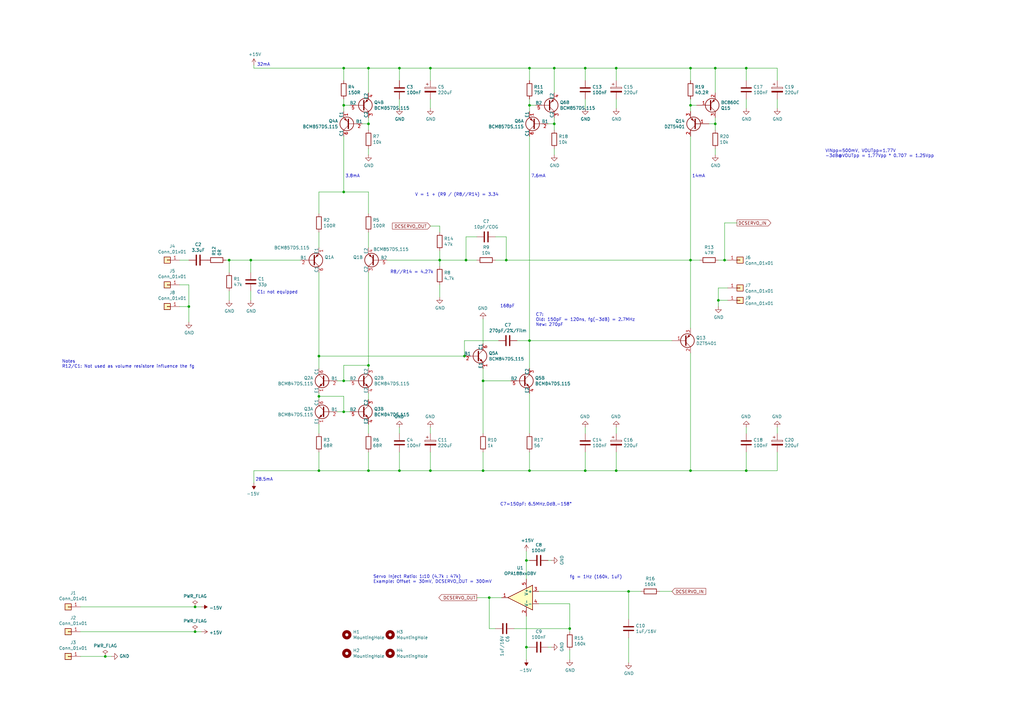
<source format=kicad_sch>
(kicad_sch (version 20211123) (generator eeschema)
  (paper "A3")
  (title_block (title "Discrete Pre-Amp") (date "2023-01-05") (rev "V8 Servo"))
  (lib_symbols
    (symbol "Amplifier_Operational:OPA188xxDBV" (pin_names (offset 0.127))
      (property "Reference" "U" (at 0 5.08 0))
      (property "Value" "OPA188xxDBV" (at 0 -5.08 0))
      (symbol "OPA188xxDBV_0_1"
        (polyline (pts (xy -5.08 5.08) (xy 5.08 0) (xy -5.08 -5.08) (xy -5.08 5.08)) (stroke (width 0.254)) (fill (type background)))
        (pin power_in line (at -2.54 -7.62 90) (length 3.81) (name "V-") (number "2"))
        (pin power_in line (at -2.54 7.62 270) (length 3.81) (name "V+") (number "5"))
      )
      (symbol "OPA188xxDBV_1_1"
        (pin output line (at 7.62 0 180) (length 2.54) (name "~") (number "1"))
        (pin input line (at -7.62 2.54 0) (length 2.54) (name "+") (number "3"))
        (pin input line (at -7.62 -2.54 0) (length 2.54) (name "-") (number "4"))
      )
    )
    (symbol "Connector_Generic:Conn_01x01" (pin_names (offset 1.016) hide)
      (property "Reference" "J" (at 0 2.54 0))
      (property "Value" "Conn_01x01" (at 0 -2.54 0))
      (symbol "Conn_01x01_1_1"
        (rectangle (start -1.27 0.127) (end 0 -0.127) (stroke (width 0.1524)))
        (rectangle (start -1.27 1.27) (end 1.27 -1.27) (stroke (width 0.254)) (fill (type background)))
        (pin passive line (at -5.08 0 0) (length 3.81) (name "Pin_1") (number "1"))
      )
    )
    (symbol "Device:C" (pin_numbers hide) (pin_names (offset 0.254))
      (property "Reference" "C" (at 0.635 2.54 0))
      (property "Value" "C" (at 0.635 -2.54 0))
      (symbol "C_0_1"
        (polyline (pts (xy -2.032 -0.762) (xy 2.032 -0.762)) (stroke (width 0.508)))
        (polyline (pts (xy -2.032 0.762) (xy 2.032 0.762)) (stroke (width 0.508)))
      )
      (symbol "C_1_1"
        (pin passive line (at 0 3.81 270) (length 2.794) (name "~") (number "1"))
        (pin passive line (at 0 -3.81 90) (length 2.794) (name "~") (number "2"))
      )
    )
    (symbol "Device:C_Polarized" (pin_numbers hide) (pin_names (offset 0.254))
      (property "Reference" "C" (at 0.635 2.54 0))
      (property "Value" "C_Polarized" (at 0.635 -2.54 0))
      (symbol "C_Polarized_0_1"
        (rectangle (start -2.286 0.508) (end 2.286 1.016))
        (polyline (pts (xy -1.778 2.286) (xy -0.762 2.286)))
        (polyline (pts (xy -1.27 2.794) (xy -1.27 1.778)))
        (rectangle (start 2.286 -0.508) (end -2.286 -1.016) (fill (type outline)))
      )
      (symbol "C_Polarized_1_1"
        (pin passive line (at 0 3.81 270) (length 2.794) (name "~") (number "1"))
        (pin passive line (at 0 -3.81 90) (length 2.794) (name "~") (number "2"))
      )
    )
    (symbol "Device:R" (pin_numbers hide) (pin_names (offset 0))
      (property "Reference" "R" (at 2.032 0 90))
      (property "Value" "R" (at 0 0 90))
      (symbol "R_0_1"
        (rectangle (start -1.016 -2.54) (end 1.016 2.54) (stroke (width 0.254)))
      )
      (symbol "R_1_1"
        (pin passive line (at 0 3.81 270) (length 1.27) (name "~") (number "1"))
        (pin passive line (at 0 -3.81 90) (length 1.27) (name "~") (number "2"))
      )
    )
    (symbol "Mechanical:MountingHole" (pin_names (offset 1.016))
      (property "Reference" "H" (at 0 5.08 0))
      (property "Value" "MountingHole" (at 0 3.175 0))
      (symbol "MountingHole_0_1"
        (circle (center 0 0) (radius 1.27) (stroke (width 1.27)))
      )
    )
    (symbol "Transistor_BJT:BC860" (pin_names (offset 0) hide)
      (property "Reference" "Q" (at 5.08 1.905 0))
      (property "Value" "BC860" (at 5.08 0 0))
      (symbol "BC860_0_1"
        (polyline (pts (xy 0.635 0.635) (xy 2.54 2.54)))
        (polyline (pts (xy 0.635 -0.635) (xy 2.54 -2.54) (xy 2.54 -2.54)))
        (polyline (pts (xy 0.635 1.905) (xy 0.635 -1.905) (xy 0.635 -1.905)) (stroke (width 0.508)))
        (polyline (pts (xy 2.286 -1.778) (xy 1.778 -2.286) (xy 1.27 -1.27) (xy 2.286 -1.778) (xy 2.286 -1.778)) (fill (type outline)))
        (circle (center 1.27 0) (radius 2.8194) (stroke (width 0.254)))
      )
      (symbol "BC860_1_1"
        (pin input line (at -5.08 0 0) (length 5.715) (name "B") (number "1"))
        (pin passive line (at 2.54 -5.08 90) (length 2.54) (name "E") (number "2"))
        (pin passive line (at 2.54 5.08 270) (length 2.54) (name "C") (number "3"))
      )
    )
    (symbol "kicad-snk:BCM847DS,115" (pin_names (offset 0))
      (property "Reference" "Q" (at 5.08 1.27 0))
      (property "Value" "BCM847DS,115" (at 5.08 -1.27 0))
      (symbol "BCM847DS,115_0_1"
        (polyline (pts (xy 0.635 0) (xy -2.54 0)))
        (polyline (pts (xy 0.635 0.635) (xy 2.54 2.54)))
        (polyline (pts (xy 0.635 -0.635) (xy 2.54 -2.54) (xy 2.54 -2.54)))
        (polyline (pts (xy 0.635 1.905) (xy 0.635 -1.905) (xy 0.635 -1.905)) (stroke (width 0.508)))
        (polyline (pts (xy 1.27 -1.778) (xy 1.778 -1.27) (xy 2.286 -2.286) (xy 1.27 -1.778) (xy 1.27 -1.778)) (fill (type outline)))
        (circle (center 1.27 0) (radius 2.8194) (stroke (width 0.254)))
      )
      (symbol "BCM847DS,115_1_1"
        (pin passive line (at 2.54 -5.08 90) (length 2.54) (name "E1") (number "1"))
        (pin input line (at -5.08 0 0) (length 2.54) (name "B1") (number "2"))
        (pin passive line (at 2.54 5.08 270) (length 2.54) (name "C1") (number "6"))
      )
      (symbol "BCM847DS,115_2_1"
        (pin passive line (at 2.54 5.08 270) (length 2.54) (name "C2") (number "3"))
        (pin passive line (at 2.54 -5.08 90) (length 2.54) (name "E2") (number "4"))
        (pin input line (at -5.08 0 0) (length 2.54) (name "B2") (number "5"))
      )
    )
    (symbol "kicad-snk:BCM857DS,115" (pin_names (offset 0))
      (property "Reference" "Q" (at 5.08 1.27 0))
      (property "Value" "BCM857DS,115" (at 5.08 -1.27 0))
      (symbol "BCM857DS,115_0_1"
        (polyline (pts (xy 0.635 0) (xy -2.54 0)))
        (polyline (pts (xy 0.635 0.635) (xy 2.54 2.54)))
        (polyline (pts (xy 0.635 -0.635) (xy 2.54 -2.54) (xy 2.54 -2.54)))
        (polyline (pts (xy 0.635 1.905) (xy 0.635 -1.905) (xy 0.635 -1.905)) (stroke (width 0.508)))
        (polyline (pts (xy 2.286 -1.778) (xy 1.778 -2.286) (xy 1.27 -1.27) (xy 2.286 -1.778) (xy 2.286 -1.778)) (fill (type outline)))
        (circle (center 1.27 0) (radius 2.8194) (stroke (width 0.254)))
      )
      (symbol "BCM857DS,115_1_1"
        (pin passive line (at 2.54 -5.08 90) (length 2.54) (name "E1") (number "1"))
        (pin input line (at -5.08 0 0) (length 2.54) (name "B1") (number "2"))
        (pin passive line (at 2.54 5.08 270) (length 2.54) (name "C1") (number "6"))
      )
      (symbol "BCM857DS,115_2_1"
        (pin passive line (at 2.54 5.08 270) (length 2.54) (name "C2") (number "3"))
        (pin passive line (at 2.54 -5.08 90) (length 2.54) (name "E2") (number "4"))
        (pin input line (at -5.08 0 0) (length 2.54) (name "B2") (number "5"))
      )
    )
    (symbol "kicad-snk:DZT5401" (pin_names (offset 0) hide)
      (property "Reference" "Q" (at 5.08 1.905 0))
      (property "Value" "kicad-snk_DZT5401" (at 5.08 0 0))
      (symbol "DZT5401_0_1"
        (polyline (pts (xy 0.635 0.635) (xy 2.54 2.54)))
        (polyline (pts (xy 0.635 -0.635) (xy 2.54 -2.54) (xy 2.54 -2.54)))
        (polyline (pts (xy 0.635 1.905) (xy 0.635 -1.905) (xy 0.635 -1.905)) (stroke (width 0.508)))
        (polyline (pts (xy 2.286 -1.778) (xy 1.778 -2.286) (xy 1.27 -1.27) (xy 2.286 -1.778) (xy 2.286 -1.778)) (fill (type outline)))
        (circle (center 1.27 0) (radius 2.8194) (stroke (width 0.254)))
      )
      (symbol "DZT5401_1_1"
        (pin input line (at -5.08 0 0) (length 5.715) (name "B") (number "1"))
        (pin passive line (at 2.54 5.08 270) (length 2.54) (name "C") (number "2"))
        (pin passive line (at 2.54 -5.08 90) (length 2.54) (name "E") (number "3"))
      )
    )
    (symbol "power:+15V" (power) (pin_names (offset 0))
      (property "Value" "+15V" (at 0 3.556 0))
      (symbol "+15V_0_1"
        (polyline (pts (xy -0.762 1.27) (xy 0 2.54)))
        (polyline (pts (xy 0 0) (xy 0 2.54)))
        (polyline (pts (xy 0 2.54) (xy 0.762 1.27)))
      )
      (symbol "+15V_1_1"
        (pin power_in line (at 0 0 90) (length 0) hide (name "+15V") (number "1"))
      )
    )
    (symbol "power:-15V" (power) (pin_names (offset 0))
      (property "Value" "-15V" (at 0 3.81 0))
      (symbol "-15V_0_0"
        (pin power_in line (at 0 0 90) (length 0) hide (name "-15V") (number "1"))
      )
      (symbol "-15V_0_1"
        (polyline (pts (xy 0 0) (xy 0 1.27) (xy 0.762 1.27) (xy 0 2.54) (xy -0.762 1.27) (xy 0 1.27)) (fill (type outline)))
      )
    )
    (symbol "power:GND" (power) (pin_names (offset 0))
      (property "Value" "GND" (at 0 -3.81 0))
      (symbol "GND_0_1"
        (polyline (pts (xy 0 0) (xy 0 -1.27) (xy 1.27 -1.27) (xy 0 -2.54) (xy -1.27 -1.27) (xy 0 -1.27)))
      )
      (symbol "GND_1_1"
        (pin power_in line (at 0 0 270) (length 0) hide (name "GND") (number "1"))
      )
    )
    (symbol "power:PWR_FLAG" (power) (pin_numbers hide) (pin_names (offset 0) hide)
      (property "Value" "PWR_FLAG" (at 0 3.81 0))
      (symbol "PWR_FLAG_0_0"
        (pin power_out line (at 0 0 90) (length 0) (name "pwr") (number "1"))
      )
      (symbol "PWR_FLAG_0_1"
        (polyline (pts (xy 0 0) (xy 0 1.27) (xy -1.016 1.905) (xy 0 2.54) (xy 1.016 1.905) (xy 0 1.27)))
      )
    )
  )
  (junction (at 140.97 43.18))
  (junction (at 163.83 193.04))
  (junction (at 140.97 168.91))
  (junction (at 80.01 248.92))
  (junction (at 140.97 156.21))
  (junction (at 227.33 27.94))
  (junction (at 151.13 149.86))
  (junction (at 80.01 259.08))
  (junction (at 294.64 123.19))
  (junction (at 227.33 50.8))
  (junction (at 293.37 50.8))
  (junction (at 102.87 106.68))
  (junction (at 130.81 162.56))
  (junction (at 93.98 106.68))
  (junction (at 198.12 156.21))
  (junction (at 297.18 106.68))
  (junction (at 140.97 27.94))
  (junction (at 176.53 27.94))
  (junction (at 283.21 106.68))
  (junction (at 217.17 193.04))
  (junction (at 198.12 193.04))
  (junction (at 240.03 193.04))
  (junction (at 207.645 106.68))
  (junction (at 293.37 27.94))
  (junction (at 151.13 193.04))
  (junction (at 217.17 139.7))
  (junction (at 163.83 27.94))
  (junction (at 252.73 193.04))
  (junction (at 240.03 27.94))
  (junction (at 215.9 265.43))
  (junction (at 130.81 193.04))
  (junction (at 215.9 229.87))
  (junction (at 77.47 125.73))
  (junction (at 233.68 257.81))
  (junction (at 151.13 27.94))
  (junction (at 283.21 27.94))
  (junction (at 190.5 146.05))
  (junction (at 140.97 78.74))
  (junction (at 130.81 146.05))
  (junction (at 43.18 269.24))
  (junction (at 151.13 50.8))
  (junction (at 257.81 242.57))
  (junction (at 217.17 27.94))
  (junction (at 200.66 245.11))
  (junction (at 306.07 193.04))
  (junction (at 176.53 193.04))
  (junction (at 217.17 43.18))
  (junction (at 191.135 106.68))
  (junction (at 252.73 27.94))
  (junction (at 306.07 27.94))
  (junction (at 283.21 193.04))
  (junction (at 283.21 43.18))
  (junction (at 180.34 106.68))
  (wire (pts (xy 298.45 106.68) (xy 297.18 106.68)))
  (wire (pts (xy 33.02 259.08) (xy 80.01 259.08)))
  (wire (pts (xy 190.5 139.7) (xy 204.47 139.7)))
  (wire (pts (xy 77.47 116.84) (xy 77.47 125.73)))
  (wire (pts (xy 302.26 91.44) (xy 297.18 91.44)))
  (wire (pts (xy 212.09 139.7) (xy 217.17 139.7)))
  (wire (pts (xy 233.68 266.7) (xy 233.68 270.51)))
  (wire (pts (xy 252.73 177.8) (xy 252.73 175.26)))
  (wire (pts (xy 180.34 106.68) (xy 191.135 106.68)))
  (wire (pts (xy 203.2 257.81) (xy 200.66 257.81)))
  (wire (pts (xy 217.17 185.42) (xy 217.17 193.04)))
  (wire (pts (xy 163.83 27.94) (xy 176.53 27.94)))
  (wire (pts (xy 176.53 40.64) (xy 176.53 44.45)))
  (wire (pts (xy 130.81 193.04) (xy 130.81 185.42)))
  (wire (pts (xy 130.81 146.05) (xy 130.81 151.13)))
  (wire (pts (xy 283.21 55.88) (xy 283.21 106.68)))
  (wire (pts (xy 298.45 118.11) (xy 294.64 118.11)))
  (wire (pts (xy 227.33 60.96) (xy 227.33 63.5)))
  (wire (pts (xy 198.12 151.13) (xy 198.12 156.21)))
  (wire (pts (xy 104.14 27.94) (xy 140.97 27.94)))
  (wire (pts (xy 240.03 193.04) (xy 240.03 185.42)))
  (wire (pts (xy 227.33 27.94) (xy 240.03 27.94)))
  (wire (pts (xy 73.66 125.73) (xy 77.47 125.73)))
  (wire (pts (xy 217.17 229.87) (xy 215.9 229.87)))
  (wire (pts (xy 233.68 259.08) (xy 233.68 257.81)))
  (wire (pts (xy 195.58 245.11) (xy 200.66 245.11)))
  (wire (pts (xy 217.17 27.94) (xy 217.17 33.02)))
  (wire (pts (xy 217.17 43.18) (xy 219.71 43.18)))
  (wire (pts (xy 252.73 33.02) (xy 252.73 27.94)))
  (wire (pts (xy 151.13 193.04) (xy 130.81 193.04)))
  (wire (pts (xy 140.97 78.74) (xy 130.81 78.74)))
  (wire (pts (xy 217.17 27.94) (xy 227.33 27.94)))
  (wire (pts (xy 293.37 27.94) (xy 293.37 38.1)))
  (wire (pts (xy 138.43 168.91) (xy 140.97 168.91)))
  (wire (pts (xy 198.12 193.04) (xy 217.17 193.04)))
  (wire (pts (xy 151.13 78.74) (xy 140.97 78.74)))
  (wire (pts (xy 270.51 242.57) (xy 275.59 242.57)))
  (wire (pts (xy 240.03 27.94) (xy 252.73 27.94)))
  (wire (pts (xy 130.81 177.8) (xy 130.81 173.99)))
  (wire (pts (xy 220.98 242.57) (xy 257.81 242.57)))
  (wire (pts (xy 293.37 27.94) (xy 306.07 27.94)))
  (wire (pts (xy 140.97 27.94) (xy 151.13 27.94)))
  (wire (pts (xy 138.43 156.21) (xy 140.97 156.21)))
  (wire (pts (xy 151.13 27.94) (xy 151.13 38.1)))
  (wire (pts (xy 210.82 257.81) (xy 233.68 257.81)))
  (wire (pts (xy 240.03 177.8) (xy 240.03 175.26)))
  (wire (pts (xy 140.97 156.21) (xy 143.51 156.21)))
  (wire (pts (xy 104.14 198.12) (xy 104.14 193.04)))
  (wire (pts (xy 102.87 111.76) (xy 102.87 106.68)))
  (wire (pts (xy 293.37 60.96) (xy 293.37 63.5)))
  (wire (pts (xy 140.97 43.18) (xy 140.97 45.72)))
  (wire (pts (xy 73.66 106.68) (xy 77.47 106.68)))
  (wire (pts (xy 151.13 87.63) (xy 151.13 78.74)))
  (wire (pts (xy 290.83 50.8) (xy 293.37 50.8)))
  (wire (pts (xy 283.21 27.94) (xy 283.21 33.02)))
  (wire (pts (xy 158.75 106.68) (xy 180.34 106.68)))
  (wire (pts (xy 77.47 116.84) (xy 73.66 116.84)))
  (wire (pts (xy 140.97 43.18) (xy 143.51 43.18)))
  (wire (pts (xy 151.13 161.29) (xy 151.13 163.83)))
  (wire (pts (xy 163.83 193.04) (xy 176.53 193.04)))
  (wire (pts (xy 227.33 48.26) (xy 227.33 50.8)))
  (wire (pts (xy 306.07 177.8) (xy 306.07 175.26)))
  (wire (pts (xy 217.17 193.04) (xy 240.03 193.04)))
  (wire (pts (xy 130.81 162.56) (xy 140.97 162.56)))
  (wire (pts (xy 306.07 193.04) (xy 306.07 185.42)))
  (wire (pts (xy 191.135 97.155) (xy 195.58 97.155)))
  (wire (pts (xy 209.55 156.21) (xy 198.12 156.21)))
  (wire (pts (xy 151.13 27.94) (xy 163.83 27.94)))
  (wire (pts (xy 217.17 151.13) (xy 217.17 139.7)))
  (wire (pts (xy 198.12 140.97) (xy 198.12 130.81)))
  (wire (pts (xy 176.53 193.04) (xy 176.53 185.42)))
  (wire (pts (xy 283.21 106.68) (xy 283.21 134.62)))
  (wire (pts (xy 215.9 265.43) (xy 215.9 270.51)))
  (wire (pts (xy 207.645 106.68) (xy 283.21 106.68)))
  (wire (pts (xy 93.98 123.19) (xy 93.98 119.38)))
  (wire (pts (xy 151.13 149.86) (xy 151.13 151.13)))
  (wire (pts (xy 318.77 177.8) (xy 318.77 175.26)))
  (wire (pts (xy 318.77 40.64) (xy 318.77 44.45)))
  (wire (pts (xy 200.66 257.81) (xy 200.66 245.11)))
  (wire (pts (xy 151.13 193.04) (xy 163.83 193.04)))
  (wire (pts (xy 297.18 91.44) (xy 297.18 106.68)))
  (wire (pts (xy 227.33 50.8) (xy 227.33 53.34)))
  (wire (pts (xy 180.34 109.22) (xy 180.34 106.68)))
  (wire (pts (xy 163.83 33.02) (xy 163.83 27.94)))
  (wire (pts (xy 93.98 106.68) (xy 102.87 106.68)))
  (wire (pts (xy 130.81 78.74) (xy 130.81 87.63)))
  (wire (pts (xy 224.79 50.8) (xy 227.33 50.8)))
  (wire (pts (xy 283.21 193.04) (xy 306.07 193.04)))
  (wire (pts (xy 217.17 139.7) (xy 275.59 139.7)))
  (wire (pts (xy 318.77 27.94) (xy 306.07 27.94)))
  (wire (pts (xy 215.9 252.73) (xy 215.9 265.43)))
  (wire (pts (xy 252.73 193.04) (xy 240.03 193.04)))
  (wire (pts (xy 163.83 177.8) (xy 163.83 175.26)))
  (wire (pts (xy 140.97 40.64) (xy 140.97 43.18)))
  (wire (pts (xy 226.06 265.43) (xy 224.79 265.43)))
  (wire (pts (xy 226.06 229.87) (xy 224.79 229.87)))
  (wire (pts (xy 102.87 106.68) (xy 123.19 106.68)))
  (wire (pts (xy 240.03 33.02) (xy 240.03 27.94)))
  (wire (pts (xy 151.13 111.76) (xy 151.13 149.86)))
  (wire (pts (xy 217.17 43.18) (xy 217.17 45.72)))
  (wire (pts (xy 203.2 97.155) (xy 207.645 97.155)))
  (wire (pts (xy 180.34 95.25) (xy 180.34 92.71)))
  (wire (pts (xy 217.17 161.29) (xy 217.17 177.8)))
  (wire (pts (xy 306.07 33.02) (xy 306.07 27.94)))
  (wire (pts (xy 252.73 40.64) (xy 252.73 44.45)))
  (wire (pts (xy 287.02 106.68) (xy 283.21 106.68)))
  (wire (pts (xy 293.37 48.26) (xy 293.37 50.8)))
  (wire (pts (xy 198.12 156.21) (xy 198.12 177.8)))
  (wire (pts (xy 180.34 116.84) (xy 180.34 121.92)))
  (wire (pts (xy 318.77 33.02) (xy 318.77 27.94)))
  (wire (pts (xy 176.53 27.94) (xy 217.17 27.94)))
  (wire (pts (xy 198.12 185.42) (xy 198.12 193.04)))
  (wire (pts (xy 293.37 50.8) (xy 293.37 53.34)))
  (wire (pts (xy 140.97 162.56) (xy 140.97 168.91)))
  (wire (pts (xy 252.73 193.04) (xy 252.73 185.42)))
  (wire (pts (xy 298.45 123.19) (xy 294.64 123.19)))
  (wire (pts (xy 191.135 106.68) (xy 195.58 106.68)))
  (wire (pts (xy 180.34 102.87) (xy 180.34 106.68)))
  (wire (pts (xy 140.97 27.94) (xy 140.97 33.02)))
  (wire (pts (xy 283.21 40.64) (xy 283.21 43.18)))
  (wire (pts (xy 163.83 193.04) (xy 163.83 185.42)))
  (wire (pts (xy 180.34 92.71) (xy 176.53 92.71)))
  (wire (pts (xy 207.645 97.155) (xy 207.645 106.68)))
  (wire (pts (xy 43.18 269.24) (xy 45.72 269.24)))
  (wire (pts (xy 283.21 144.78) (xy 283.21 193.04)))
  (wire (pts (xy 151.13 101.6) (xy 151.13 95.25)))
  (wire (pts (xy 102.87 123.19) (xy 102.87 119.38)))
  (wire (pts (xy 77.47 125.73) (xy 77.47 132.08)))
  (wire (pts (xy 130.81 101.6) (xy 130.81 95.25)))
  (wire (pts (xy 151.13 185.42) (xy 151.13 193.04)))
  (wire (pts (xy 318.77 193.04) (xy 306.07 193.04)))
  (wire (pts (xy 176.53 177.8) (xy 176.53 175.26)))
  (wire (pts (xy 233.68 257.81) (xy 233.68 247.65)))
  (wire (pts (xy 318.77 193.04) (xy 318.77 185.42)))
  (wire (pts (xy 104.14 27.94) (xy 104.14 26.67)))
  (wire (pts (xy 130.81 111.76) (xy 130.81 146.05)))
  (wire (pts (xy 151.13 50.8) (xy 151.13 53.34)))
  (wire (pts (xy 130.81 162.56) (xy 130.81 163.83)))
  (wire (pts (xy 217.17 55.88) (xy 217.17 139.7)))
  (wire (pts (xy 80.01 259.08) (xy 82.55 259.08)))
  (wire (pts (xy 252.73 27.94) (xy 283.21 27.94)))
  (wire (pts (xy 191.135 97.155) (xy 191.135 106.68)))
  (wire (pts (xy 257.81 254) (xy 257.81 242.57)))
  (wire (pts (xy 306.07 44.45) (xy 306.07 40.64)))
  (wire (pts (xy 215.9 226.06) (xy 215.9 229.87)))
  (wire (pts (xy 93.98 111.76) (xy 93.98 106.68)))
  (wire (pts (xy 130.81 146.05) (xy 190.5 146.05)))
  (wire (pts (xy 33.02 269.24) (xy 43.18 269.24)))
  (wire (pts (xy 130.81 161.29) (xy 130.81 162.56)))
  (wire (pts (xy 233.68 247.65) (xy 220.98 247.65)))
  (wire (pts (xy 283.21 27.94) (xy 293.37 27.94)))
  (wire (pts (xy 163.83 44.45) (xy 163.83 40.64)))
  (wire (pts (xy 217.17 265.43) (xy 215.9 265.43)))
  (wire (pts (xy 203.2 106.68) (xy 207.645 106.68)))
  (wire (pts (xy 190.5 139.7) (xy 190.5 146.05)))
  (wire (pts (xy 257.81 242.57) (xy 262.89 242.57)))
  (wire (pts (xy 294.64 118.11) (xy 294.64 123.19)))
  (wire (pts (xy 151.13 48.26) (xy 151.13 50.8)))
  (wire (pts (xy 140.97 55.88) (xy 140.97 78.74)))
  (wire (pts (xy 252.73 193.04) (xy 283.21 193.04)))
  (wire (pts (xy 217.17 40.64) (xy 217.17 43.18)))
  (wire (pts (xy 140.97 156.21) (xy 140.97 149.86)))
  (wire (pts (xy 151.13 177.8) (xy 151.13 173.99)))
  (wire (pts (xy 227.33 27.94) (xy 227.33 38.1)))
  (wire (pts (xy 215.9 229.87) (xy 215.9 237.49)))
  (wire (pts (xy 33.02 248.92) (xy 80.01 248.92)))
  (wire (pts (xy 140.97 149.86) (xy 151.13 149.86)))
  (wire (pts (xy 176.53 193.04) (xy 198.12 193.04)))
  (wire (pts (xy 283.21 43.18) (xy 283.21 45.72)))
  (wire (pts (xy 240.03 44.45) (xy 240.03 40.64)))
  (wire (pts (xy 140.97 168.91) (xy 143.51 168.91)))
  (wire (pts (xy 297.18 106.68) (xy 294.64 106.68)))
  (wire (pts (xy 294.64 123.19) (xy 294.64 125.73)))
  (wire (pts (xy 200.66 245.11) (xy 205.74 245.11)))
  (wire (pts (xy 283.21 43.18) (xy 285.75 43.18)))
  (wire (pts (xy 80.01 248.92) (xy 82.55 248.92)))
  (wire (pts (xy 92.71 106.68) (xy 93.98 106.68)))
  (wire (pts (xy 176.53 33.02) (xy 176.53 27.94)))
  (wire (pts (xy 104.14 193.04) (xy 130.81 193.04)))
  (wire (pts (xy 257.81 271.78) (xy 257.81 261.62)))
  (wire (pts (xy 151.13 60.96) (xy 151.13 63.5)))
  (wire (pts (xy 148.59 50.8) (xy 151.13 50.8)))
  (text "V = 1 + (R9 / (R8//R14) = 3.34" (at 170.18 80.645 0) (effects (font (size 1.27 1.27)) (justify left bottom)))
  (text "C7:\nOld: 150pF = 120ns, fg(-3dB) = 2.7MHz\nNew: 270pF" (at 219.71 133.985 0) (effects (font (size 1.27 1.27)) (justify left bottom)))
  (text "168pF" (at 205.105 126.365 0) (effects (font (size 1.27 1.27)) (justify left bottom)))
  (text "32mA" (at 105.41 27.305 0) (effects (font (size 1.27 1.27)) (justify left bottom)))
  (text "R8//R14 = 4.27k" (at 160.02 112.395 0) (effects (font (size 1.27 1.27)) (justify left bottom)))
  (text "C1: not equipped" (at 105.41 120.65 0) (effects (font (size 1.27 1.27)) (justify left bottom)))
  (text "3.8mA" (at 141.605 73.025 0) (effects (font (size 1.27 1.27)) (justify left bottom)))
  (text "Servo Inject Ratio: 1:10 (4.7k : 47k)\nExample: Offset = 30mV, DCSERVO_OUT = 300mV" (at 153.035 239.395 0) (effects (font (size 1.27 1.27)) (justify left bottom)))
  (text "14mA" (at 283.845 73.025 0) (effects (font (size 1.27 1.27)) (justify left bottom)))
  (text "28.5mA" (at 104.775 197.485 0) (effects (font (size 1.27 1.27)) (justify left bottom)))
  (text "Notes\nR12/C1: Not used as volume resistore influence the fg" (at 25.4 151.13 0) (effects (font (size 1.27 1.27)) (justify left bottom)))
  (text "fg = 1Hz (160k, 1uF)" (at 233.68 237.49 0) (effects (font (size 1.27 1.27)) (justify left bottom)))
  (text "VINpp=500mV, VOUTpp=1.77V\n-3dB@VOUTpp = 1.77Vpp * 0.707 = 1.25Vpp" (at 338.455 64.77 0) (effects (font (size 1.27 1.27)) (justify left bottom)))
  (text "C7=150pF: 6.5MHz,0dB,-158°" (at 205.105 207.645 0) (effects (font (size 1.27 1.27)) (justify left bottom)))
  (text "7.6mA" (at 217.805 73.025 0) (effects (font (size 1.27 1.27)) (justify left bottom)))
  (global_label "DCSERVO_IN" (shape output) (at 302.26 91.44 0) (property "Intersheet References" "${INTERSHEET_REFS}" (effects hide)))
  (global_label "DCSERVO_IN" (shape input) (at 275.59 242.57 0) (property "Intersheet References" "${INTERSHEET_REFS}" (effects hide)))
  (global_label "DCSERVO_OUT" (shape output) (at 195.58 245.11 180) (property "Intersheet References" "${INTERSHEET_REFS}" (effects hide)))
  (global_label "DCSERVO_OUT" (shape input) (at 176.53 92.71 180) (property "Intersheet References" "${INTERSHEET_REFS}" (effects hide)))
  (symbol (lib_id "Device:R") (at 151.13 181.61 0) (unit 1)
    (property "Reference" "R6" (at 152.908 180.4416 0) (effects (justify left)))
    (property "Value" "68R" (at 152.908 182.753 0) (effects (justify left)))
    (property "Footprint" "Resistor_SMD:R_0805_2012Metric_Pad1.20x1.40mm_HandSolder" (effects hide))
  )
  (symbol (lib_id "Device:C") (at 81.28 106.68 270) (unit 1)
    (property "Reference" "C2" (at 81.28 100.2792 90))
    (property "Value" "3.3uF" (at 81.28 102.5906 90))
    (property "Footprint" "Capacitor_THT:C_Rect_L7.2mm_W7.2mm_P5.00mm_FKS2_FKP2_MKS2_MKP2" (effects hide))
  )
  (symbol (lib_id "power:GND") (at 93.98 123.19 0) (unit 1)
    (property "Reference" "#PWR09" (effects hide))
    (property "Value" "GND" (at 94.107 127.5842 0))
  )
  (symbol (lib_id "Device:R") (at 130.81 181.61 0) (unit 1)
    (property "Reference" "R3" (at 132.588 180.4416 0) (effects (justify left)))
    (property "Value" "68R" (at 132.588 182.753 0) (effects (justify left)))
    (property "Footprint" "Resistor_SMD:R_0805_2012Metric_Pad1.20x1.40mm_HandSolder" (effects hide))
  )
  (symbol (lib_id "Device:R") (at 93.98 115.57 0) (unit 1)
    (property "Reference" "R1" (at 95.758 114.4016 0) (effects (justify left)))
    (property "Value" "47k" (at 95.758 116.713 0) (effects (justify left)))
    (property "Footprint" "Resistor_SMD:R_0805_2012Metric_Pad1.20x1.40mm_HandSolder" (effects hide))
  )
  (symbol (lib_id "Device:R") (at 180.34 113.03 0) (unit 1)
    (property "Reference" "R8" (at 182.118 111.8616 0) (effects (justify left)))
    (property "Value" "4.7k" (at 182.118 114.173 0) (effects (justify left)))
    (property "Footprint" "Resistor_SMD:R_0805_2012Metric_Pad1.20x1.40mm_HandSolder" (effects hide))
  )
  (symbol (lib_id "Device:R") (at 199.39 106.68 270) (unit 1)
    (property "Reference" "R9" (at 199.39 101.4222 90))
    (property "Value" "10k" (at 199.39 103.7336 90))
    (property "Footprint" "Resistor_SMD:R_0805_2012Metric_Pad1.20x1.40mm_HandSolder" (effects hide))
  )
  (symbol (lib_id "Device:R") (at 130.81 91.44 0) (unit 1)
    (property "Reference" "R2" (at 132.588 90.2716 0) (effects (justify left)))
    (property "Value" "100R" (at 132.588 92.583 0) (effects (justify left)))
    (property "Footprint" "Resistor_SMD:R_0805_2012Metric_Pad1.20x1.40mm_HandSolder" (effects hide))
  )
  (symbol (lib_id "Device:R") (at 151.13 91.44 0) (unit 1)
    (property "Reference" "R5" (at 152.908 90.2716 0) (effects (justify left)))
    (property "Value" "100R" (at 152.908 92.583 0) (effects (justify left)))
    (property "Footprint" "Resistor_SMD:R_0805_2012Metric_Pad1.20x1.40mm_HandSolder" (effects hide))
  )
  (symbol (lib_id "Device:R") (at 217.17 36.83 0) (unit 1)
    (property "Reference" "R11" (at 218.948 35.6616 0) (effects (justify left)))
    (property "Value" "75R" (at 218.948 37.973 0) (effects (justify left)))
    (property "Footprint" "Resistor_SMD:R_0805_2012Metric_Pad1.20x1.40mm_HandSolder" (effects hide))
  )
  (symbol (lib_id "Device:R") (at 198.12 181.61 0) (unit 1)
    (property "Reference" "R10" (at 199.898 180.4416 0) (effects (justify left)))
    (property "Value" "1k" (at 199.898 182.753 0) (effects (justify left)))
    (property "Footprint" "Resistor_SMD:R_0805_2012Metric_Pad1.20x1.40mm_HandSolder" (effects hide))
  )
  (symbol (lib_id "power:GND") (at 180.34 121.92 0) (unit 1)
    (property "Reference" "#PWR013" (effects hide))
    (property "Value" "GND" (at 180.467 126.3142 0))
  )
  (symbol (lib_id "Device:C") (at 208.28 139.7 270) (unit 1)
    (property "Reference" "C7" (at 208.28 133.2992 90))
    (property "Value" "270pF/2%/Film" (at 208.28 135.6106 90))
    (property "Footprint" "Capacitor_SMD:C_0805_2012Metric_Pad1.18x1.45mm_HandSolder" (effects hide))
  )
  (symbol (lib_id "power:GND") (at 198.12 130.81 180) (unit 1)
    (property "Reference" "#PWR014" (effects hide))
    (property "Value" "GND" (at 197.993 126.4158 0))
  )
  (symbol (lib_id "power:GND") (at 77.47 132.08 0) (unit 1)
    (property "Reference" "#PWR04" (effects hide))
    (property "Value" "GND" (at 77.597 136.4742 0))
  )
  (symbol (lib_id "Mechanical:MountingHole") (at 142.24 260.35 0) (unit 1)
    (property "Reference" "H1" (at 144.78 259.1816 0) (effects (justify left)))
    (property "Value" "MountingHole" (at 144.78 261.493 0) (effects (justify left)))
    (property "Footprint" "MountingHole:MountingHole_3.2mm_M3" (effects hide))
  )
  (symbol (lib_id "Mechanical:MountingHole") (at 160.02 260.35 0) (unit 1)
    (property "Reference" "H3" (at 162.56 259.1816 0) (effects (justify left)))
    (property "Value" "MountingHole" (at 162.56 261.493 0) (effects (justify left)))
    (property "Footprint" "MountingHole:MountingHole_3.2mm_M3" (effects hide))
  )
  (symbol (lib_id "Mechanical:MountingHole") (at 142.24 267.97 0) (unit 1)
    (property "Reference" "H2" (at 144.78 266.8016 0) (effects (justify left)))
    (property "Value" "MountingHole" (at 144.78 269.113 0) (effects (justify left)))
    (property "Footprint" "MountingHole:MountingHole_3.2mm_M3" (effects hide))
  )
  (symbol (lib_id "Mechanical:MountingHole") (at 160.02 267.97 0) (unit 1)
    (property "Reference" "H4" (at 162.56 266.8016 0) (effects (justify left)))
    (property "Value" "MountingHole" (at 162.56 269.113 0) (effects (justify left)))
    (property "Footprint" "MountingHole:MountingHole_3.2mm_M3" (effects hide))
  )
  (symbol (lib_id "Connector_Generic:Conn_01x01") (at 68.58 106.68 180) (unit 1)
    (property "Reference" "J4" (at 70.6628 100.965 0))
    (property "Value" "Conn_01x01" (at 70.6628 103.2764 0))
    (property "Footprint" "Connector_Pin:Pin_D1.0mm_L10.0mm" (effects hide))
  )
  (symbol (lib_id "Connector_Generic:Conn_01x01") (at 68.58 116.84 180) (unit 1)
    (property "Reference" "J5" (at 70.6628 111.125 0))
    (property "Value" "Conn_01x01" (at 70.6628 113.4364 0))
    (property "Footprint" "Connector_Pin:Pin_D1.0mm_L10.0mm" (effects hide))
  )
  (symbol (lib_id "power:+15V") (at 104.14 26.67 0) (unit 1)
    (property "Reference" "#PWR05" (effects hide))
    (property "Value" "+15V" (at 104.521 22.2758 0))
  )
  (symbol (lib_id "power:-15V") (at 104.14 198.12 180) (unit 1)
    (property "Reference" "#PWR08" (effects hide))
    (property "Value" "-15V" (at 103.759 202.5142 0))
  )
  (symbol (lib_id "Connector_Generic:Conn_01x01") (at 303.53 106.68 0) (unit 1)
    (property "Reference" "J6" (at 305.562 105.6132 0) (effects (justify left)))
    (property "Value" "Conn_01x01" (at 305.562 107.9246 0) (effects (justify left)))
    (property "Footprint" "Connector_Pin:Pin_D1.0mm_L10.0mm" (effects hide))
  )
  (symbol (lib_id "Connector_Generic:Conn_01x01") (at 303.53 118.11 0) (unit 1)
    (property "Reference" "J7" (at 305.562 117.0432 0) (effects (justify left)))
    (property "Value" "Conn_01x01" (at 305.562 119.3546 0) (effects (justify left)))
    (property "Footprint" "Connector_Pin:Pin_D1.0mm_L10.0mm" (effects hide))
  )
  (symbol (lib_id "Device:R") (at 290.83 106.68 270) (unit 1)
    (property "Reference" "R13" (at 290.83 101.4222 90))
    (property "Value" "47R" (at 290.83 103.7336 90))
    (property "Footprint" "Resistor_SMD:R_0805_2012Metric_Pad1.20x1.40mm_HandSolder" (effects hide))
  )
  (symbol (lib_id "power:GND") (at 294.64 125.73 0) (unit 1)
    (property "Reference" "#PWR015" (effects hide))
    (property "Value" "GND" (at 294.767 130.1242 0))
  )
  (symbol (lib_id "Connector_Generic:Conn_01x01") (at 27.94 259.08 180) (unit 1)
    (property "Reference" "J2" (at 30.0228 253.365 0))
    (property "Value" "Conn_01x01" (at 30.0228 255.6764 0))
    (property "Footprint" "Connector_Pin:Pin_D1.0mm_L10.0mm" (effects hide))
  )
  (symbol (lib_id "Connector_Generic:Conn_01x01") (at 27.94 269.24 180) (unit 1)
    (property "Reference" "J3" (at 30.0228 263.525 0))
    (property "Value" "Conn_01x01" (at 30.0228 265.8364 0))
    (property "Footprint" "Connector_Pin:Pin_D1.0mm_L10.0mm" (effects hide))
  )
  (symbol (lib_id "Connector_Generic:Conn_01x01") (at 27.94 248.92 180) (unit 1)
    (property "Reference" "J1" (at 30.0228 243.205 0))
    (property "Value" "Conn_01x01" (at 30.0228 245.5164 0))
    (property "Footprint" "Connector_Pin:Pin_D1.0mm_L10.0mm" (effects hide))
  )
  (symbol (lib_id "power:GND") (at 45.72 269.24 90) (unit 1)
    (property "Reference" "#PWR0101" (effects hide))
    (property "Value" "GND" (at 48.9712 269.113 90) (effects (justify right)))
  )
  (symbol (lib_id "power:+15V") (at 82.55 259.08 270) (unit 1)
    (property "Reference" "#PWR0102" (effects hide))
    (property "Value" "+15V" (at 85.8012 259.461 90) (effects (justify left)))
  )
  (symbol (lib_id "power:-15V") (at 82.55 248.92 270) (unit 1)
    (property "Reference" "#PWR0103" (effects hide))
    (property "Value" "-15V" (at 85.8012 249.301 90) (effects (justify left)))
  )
  (symbol (lib_id "power:PWR_FLAG") (at 43.18 269.24 0) (unit 1)
    (property "Reference" "#FLG0101" (effects hide))
    (property "Value" "PWR_FLAG" (at 43.18 264.8458 0))
  )
  (symbol (lib_id "power:PWR_FLAG") (at 80.01 248.92 0) (unit 1)
    (property "Reference" "#FLG0102" (effects hide))
    (property "Value" "PWR_FLAG" (at 80.01 244.5258 0))
  )
  (symbol (lib_id "power:PWR_FLAG") (at 80.01 259.08 0) (unit 1)
    (property "Reference" "#FLG0103" (effects hide))
    (property "Value" "PWR_FLAG" (at 80.01 254.6858 0))
  )
  (symbol (lib_id "Device:R") (at 266.7 242.57 270) (unit 1)
    (property "Reference" "R16" (at 266.7 237.3122 90))
    (property "Value" "160k" (at 266.7 239.6236 90))
    (property "Footprint" "Resistor_SMD:R_0805_2012Metric_Pad1.20x1.40mm_HandSolder" (effects hide))
  )
  (symbol (lib_id "Device:C") (at 257.81 257.81 180) (unit 1)
    (property "Reference" "C10" (at 260.731 256.6416 0) (effects (justify right)))
    (property "Value" "1uF/16V" (at 260.731 258.953 0) (effects (justify right)))
    (property "Footprint" "Capacitor_SMD:C_1210_3225Metric_Pad1.33x2.70mm_HandSolder" (effects hide))
  )
  (symbol (lib_id "Device:R") (at 233.68 262.89 0) (unit 1)
    (property "Reference" "R15" (at 235.458 261.7216 0) (effects (justify left)))
    (property "Value" "160k" (at 235.458 264.033 0) (effects (justify left)))
    (property "Footprint" "Resistor_SMD:R_0805_2012Metric_Pad1.20x1.40mm_HandSolder" (effects hide))
  )
  (symbol (lib_id "Device:C") (at 207.01 257.81 90) (unit 1)
    (property "Reference" "C6" (at 208.1784 260.731 0) (effects (justify right)))
    (property "Value" "1uF/16V" (at 205.867 260.731 0) (effects (justify right)))
    (property "Footprint" "Capacitor_SMD:C_1210_3225Metric_Pad1.33x2.70mm_HandSolder" (effects hide))
  )
  (symbol (lib_id "Device:C") (at 220.98 229.87 270) (unit 1)
    (property "Reference" "C8" (at 220.98 223.4692 90))
    (property "Value" "100nF" (at 220.98 225.7806 90))
    (property "Footprint" "Capacitor_SMD:C_0603_1608Metric_Pad1.08x0.95mm_HandSolder" (effects hide))
  )
  (symbol (lib_id "power:+15V") (at 215.9 226.06 0) (unit 1)
    (property "Reference" "#PWR0104" (effects hide))
    (property "Value" "+15V" (at 216.281 221.6658 0))
  )
  (symbol (lib_id "power:-15V") (at 215.9 270.51 180) (unit 1)
    (property "Reference" "#PWR0105" (effects hide))
    (property "Value" "-15V" (at 215.519 274.9042 0))
  )
  (symbol (lib_id "Device:C") (at 220.98 265.43 270) (unit 1)
    (property "Reference" "C9" (at 220.98 259.0292 90))
    (property "Value" "100nF" (at 220.98 261.3406 90))
    (property "Footprint" "Capacitor_SMD:C_0603_1608Metric_Pad1.08x0.95mm_HandSolder" (effects hide))
  )
  (symbol (lib_id "power:GND") (at 226.06 265.43 90) (unit 1)
    (property "Reference" "#PWR0106" (effects hide))
    (property "Value" "GND" (at 230.4542 265.303 0))
  )
  (symbol (lib_id "power:GND") (at 233.68 270.51 0) (unit 1)
    (property "Reference" "#PWR0107" (effects hide))
    (property "Value" "GND" (at 233.807 274.9042 0))
  )
  (symbol (lib_id "power:GND") (at 257.81 271.78 0) (unit 1)
    (property "Reference" "#PWR0108" (effects hide))
    (property "Value" "GND" (at 257.937 276.1742 0))
  )
  (symbol (lib_id "Amplifier_Operational:OPA188xxDBV") (at 213.36 245.11 0) (mirror y) (unit 1)
    (property "Reference" "U1" (at 213.36 232.8926 0))
    (property "Value" "OPA188xxDBV" (at 213.36 235.204 0))
    (property "Footprint" "Package_TO_SOT_SMD:TSOT-23-5" (effects hide))
    (property "Datasheet" "http://www.ti.com/lit/ds/symlink/opa188.pdf" (effects hide))
  )
  (symbol (lib_id "power:GND") (at 226.06 229.87 90) (unit 1)
    (property "Reference" "#PWR0109" (effects hide))
    (property "Value" "GND" (at 230.4542 229.743 0))
  )
  (symbol (lib_id "Device:R") (at 180.34 99.06 0) (unit 1)
    (property "Reference" "R14" (at 182.118 97.8916 0) (effects (justify left)))
    (property "Value" "47k" (at 182.118 100.203 0) (effects (justify left)))
    (property "Footprint" "Resistor_SMD:R_0805_2012Metric_Pad1.20x1.40mm_HandSolder" (effects hide))
  )
  (symbol (lib_id "Device:R") (at 140.97 36.83 0) (unit 1)
    (property "Reference" "R4" (at 142.748 35.6616 0) (effects (justify left)))
    (property "Value" "150R" (at 142.748 37.973 0) (effects (justify left)))
    (property "Footprint" "Resistor_SMD:R_0805_2012Metric_Pad1.20x1.40mm_HandSolder" (effects hide))
  )
  (symbol (lib_id "Device:R") (at 151.13 57.15 0) (unit 1)
    (property "Reference" "R7" (at 152.908 55.9816 0) (effects (justify left)))
    (property "Value" "10k" (at 152.908 58.293 0) (effects (justify left)))
    (property "Footprint" "Resistor_SMD:R_0805_2012Metric_Pad1.20x1.40mm_HandSolder" (effects hide))
  )
  (symbol (lib_id "power:GND") (at 151.13 63.5 0) (unit 1)
    (property "Reference" "#PWR0110" (effects hide))
    (property "Value" "GND" (at 151.257 67.8942 0))
  )
  (symbol (lib_id "power:GND") (at 252.73 175.26 180) (unit 1)
    (property "Reference" "#PWR0116" (effects hide))
    (property "Value" "GND" (at 252.603 170.8658 0))
  )
  (symbol (lib_id "Device:C") (at 240.03 181.61 180) (unit 1)
    (property "Reference" "C14" (at 242.951 180.4416 0) (effects (justify right)))
    (property "Value" "100nF" (at 242.951 182.753 0) (effects (justify right)))
    (property "Footprint" "Capacitor_SMD:C_1210_3225Metric_Pad1.33x2.70mm_HandSolder" (effects hide))
  )
  (symbol (lib_id "Device:C") (at 163.83 181.61 180) (unit 1)
    (property "Reference" "C4" (at 166.751 180.4416 0) (effects (justify right)))
    (property "Value" "100nF" (at 166.751 182.753 0) (effects (justify right)))
    (property "Footprint" "Capacitor_SMD:C_1210_3225Metric_Pad1.33x2.70mm_HandSolder" (effects hide))
  )
  (symbol (lib_id "kicad-snk:DZT5401") (at 280.67 139.7 0) (mirror x) (unit 1)
    (property "Reference" "Q13" (at 285.496 138.5316 0) (effects (justify left)))
    (property "Value" "DZT5401" (at 285.496 140.843 0) (effects (justify left)))
    (property "Footprint" "Package_TO_SOT_SMD:SOT-223-3_TabPin2" (effects hide))
    (property "Datasheet" "https://www.diodes.com/assets/Datasheets/DZT5401.pdf" (effects hide))
  )
  (symbol (lib_id "power:GND") (at 163.83 44.45 0) (unit 1)
    (property "Reference" "#PWR0120" (effects hide))
    (property "Value" "GND" (at 163.957 48.8442 0))
  )
  (symbol (lib_id "kicad-snk:BCM857DS,115") (at 143.51 50.8 180) (unit 1)
    (property "Reference" "Q4" (at 138.6586 49.6316 0) (effects (justify left)))
    (property "Value" "BCM857DS,115" (at 138.6586 51.943 0) (effects (justify left)))
    (property "Footprint" "Package_SO:SC-74-6_1.5x2.9mm_P0.95mm" (effects hide))
    (property "Datasheet" "https://www.analog.com/media/en/technical-documentation/data-sheets/SSM2220.pdf" (effects hide))
  )
  (symbol (lib_id "Device:C") (at 199.39 97.155 270) (unit 1)
    (property "Reference" "C?" (at 199.39 90.7542 90))
    (property "Value" "10pF/COG" (at 199.39 93.0656 90))
    (property "Footprint" "Capacitor_SMD:C_0805_2012Metric_Pad1.18x1.45mm_HandSolder" (effects hide))
  )
  (symbol (lib_id "Device:R") (at 88.9 106.68 90) (unit 1)
    (property "Reference" "R12" (at 87.7316 104.902 0) (effects (justify left)))
    (property "Value" "0R" (at 90.043 104.902 0) (effects (justify left)))
    (property "Footprint" "Resistor_SMD:R_0805_2012Metric_Pad1.20x1.40mm_HandSolder" (effects hide))
  )
  (symbol (lib_id "Device:C_Polarized") (at 318.77 36.83 0) (unit 1)
    (property "Reference" "C19" (at 321.7672 35.6616 0) (effects (justify left)))
    (property "Value" "220uF" (at 321.7672 37.973 0) (effects (justify left)))
    (property "Footprint" "Capacitor_THT:CP_Radial_D8.0mm_P3.50mm" (effects hide))
  )
  (symbol (lib_id "Device:C") (at 306.07 181.61 180) (unit 1)
    (property "Reference" "C18" (at 308.991 180.4416 0) (effects (justify right)))
    (property "Value" "100nF" (at 308.991 182.753 0) (effects (justify right)))
    (property "Footprint" "Capacitor_SMD:C_1210_3225Metric_Pad1.33x2.70mm_HandSolder" (effects hide))
  )
  (symbol (lib_id "power:GND") (at 227.33 63.5 0) (unit 1)
    (property "Reference" "#PWR0118" (effects hide))
    (property "Value" "GND" (at 227.457 67.8942 0))
  )
  (symbol (lib_id "kicad-snk:BCM847DS,115") (at 195.58 146.05 0) (unit 1)
    (property "Reference" "Q5" (at 200.4314 144.8816 0) (effects (justify left)))
    (property "Value" "BCM847DS,115" (at 200.4314 147.193 0) (effects (justify left)))
    (property "Footprint" "Package_SO:SC-74-6_1.5x2.9mm_P0.95mm" (effects hide))
    (property "Datasheet" "https://www.analog.com/media/en/technical-documentation/obsolete-data-sheets/SSM2210.pdf" (effects hide))
  )
  (symbol (lib_id "Device:C_Polarized") (at 176.53 36.83 0) (unit 1)
    (property "Reference" "C5" (at 179.5272 35.6616 0) (effects (justify left)))
    (property "Value" "220uF" (at 179.5272 37.973 0) (effects (justify left)))
    (property "Footprint" "Capacitor_THT:CP_Radial_D8.0mm_P3.50mm" (effects hide))
  )
  (symbol (lib_id "Device:R") (at 227.33 57.15 0) (unit 1)
    (property "Reference" "R18" (at 229.108 55.9816 0) (effects (justify left)))
    (property "Value" "10k" (at 229.108 58.293 0) (effects (justify left)))
    (property "Footprint" "Resistor_SMD:R_0805_2012Metric_Pad1.20x1.40mm_HandSolder" (effects hide))
  )
  (symbol (lib_id "Device:C_Polarized") (at 318.77 181.61 0) (unit 1)
    (property "Reference" "C20" (at 321.7672 180.4416 0) (effects (justify left)))
    (property "Value" "220uF" (at 321.7672 182.753 0) (effects (justify left)))
    (property "Footprint" "Capacitor_THT:CP_Radial_D8.0mm_P3.50mm" (effects hide))
  )
  (symbol (lib_id "kicad-snk:BCM847DS,115") (at 133.35 156.21 0) (mirror y) (unit 1)
    (property "Reference" "Q2" (at 128.4986 155.0416 0) (effects (justify left)))
    (property "Value" "BCM847DS,115" (at 128.4986 157.353 0) (effects (justify left)))
    (property "Footprint" "Package_SO:SC-74-6_1.5x2.9mm_P0.95mm" (effects hide))
    (property "Datasheet" "https://www.analog.com/media/en/technical-documentation/obsolete-data-sheets/SSM2210.pdf" (effects hide))
  )
  (symbol (lib_id "Device:C_Polarized") (at 176.53 181.61 0) (unit 1)
    (property "Reference" "C11" (at 179.5272 180.4416 0) (effects (justify left)))
    (property "Value" "220uF" (at 179.5272 182.753 0) (effects (justify left)))
    (property "Footprint" "Capacitor_THT:CP_Radial_D8.0mm_P3.50mm" (effects hide))
  )
  (symbol (lib_id "kicad-snk:BCM857DS,115") (at 224.79 43.18 0) (mirror x) (unit 2)
    (property "Reference" "Q6" (at 229.616 42.0116 0) (effects (justify left)))
    (property "Value" "BCM857DS,115" (at 229.616 44.323 0) (effects (justify left)))
    (property "Footprint" "Package_SO:SC-74-6_1.5x2.9mm_P0.95mm" (effects hide))
    (property "Datasheet" "https://www.analog.com/media/en/technical-documentation/data-sheets/SSM2220.pdf" (effects hide))
  )
  (symbol (lib_id "power:GND") (at 163.83 175.26 180) (unit 1)
    (property "Reference" "#PWR0123" (effects hide))
    (property "Value" "GND" (at 163.703 170.8658 0))
  )
  (symbol (lib_id "Device:R") (at 293.37 57.15 0) (unit 1)
    (property "Reference" "R20" (at 295.148 55.9816 0) (effects (justify left)))
    (property "Value" "10k" (at 295.148 58.293 0) (effects (justify left)))
    (property "Footprint" "Resistor_SMD:R_0805_2012Metric_Pad1.20x1.40mm_HandSolder" (effects hide))
  )
  (symbol (lib_id "Device:R") (at 217.17 181.61 0) (unit 1)
    (property "Reference" "R17" (at 218.948 180.4416 0) (effects (justify left)))
    (property "Value" "56" (at 218.948 182.753 0) (effects (justify left)))
    (property "Footprint" "Resistor_SMD:R_0805_2012Metric_Pad1.20x1.40mm_HandSolder" (effects hide))
  )
  (symbol (lib_id "kicad-snk:BCM847DS,115") (at 133.35 168.91 0) (mirror y) (unit 1)
    (property "Reference" "Q3" (at 128.4986 167.7416 0) (effects (justify left)))
    (property "Value" "BCM847DS,115" (at 128.4986 170.053 0) (effects (justify left)))
    (property "Footprint" "Package_SO:SC-74-6_1.5x2.9mm_P0.95mm" (effects hide))
    (property "Datasheet" "https://www.analog.com/media/en/technical-documentation/obsolete-data-sheets/SSM2210.pdf" (effects hide))
  )
  (symbol (lib_id "power:GND") (at 293.37 63.5 0) (unit 1)
    (property "Reference" "#PWR0117" (effects hide))
    (property "Value" "GND" (at 293.497 67.8942 0))
  )
  (symbol (lib_id "kicad-snk:BCM857DS,115") (at 128.27 106.68 0) (mirror x) (unit 1)
    (property "Reference" "Q1" (at 133.1214 105.5116 0) (effects (justify left)))
    (property "Value" "BCM857DS,115" (at 112.395 101.6 0) (effects (justify left)))
    (property "Footprint" "Package_SO:SC-74-6_1.5x2.9mm_P0.95mm" (effects hide))
    (property "Datasheet" "https://www.analog.com/media/en/technical-documentation/data-sheets/SSM2220.pdf" (effects hide))
  )
  (symbol (lib_id "kicad-snk:BCM847DS,115") (at 214.63 156.21 0) (unit 2)
    (property "Reference" "Q5" (at 219.456 155.0416 0) (effects (justify left)))
    (property "Value" "BCM847DS,115" (at 219.456 157.353 0) (effects (justify left)))
    (property "Footprint" "Package_SO:SC-74-6_1.5x2.9mm_P0.95mm" (effects hide))
    (property "Datasheet" "https://www.analog.com/media/en/technical-documentation/obsolete-data-sheets/SSM2210.pdf" (effects hide))
  )
  (symbol (lib_id "kicad-snk:BCM857DS,115") (at 219.71 50.8 180) (unit 1)
    (property "Reference" "Q6" (at 214.8586 49.6316 0) (effects (justify left)))
    (property "Value" "BCM857DS,115" (at 214.8586 51.943 0) (effects (justify left)))
    (property "Footprint" "Package_SO:SC-74-6_1.5x2.9mm_P0.95mm" (effects hide))
    (property "Datasheet" "https://www.analog.com/media/en/technical-documentation/data-sheets/SSM2220.pdf" (effects hide))
  )
  (symbol (lib_id "power:GND") (at 318.77 44.45 0) (unit 1)
    (property "Reference" "#PWR0113" (effects hide))
    (property "Value" "GND" (at 318.897 48.8442 0))
  )
  (symbol (lib_id "Connector_Generic:Conn_01x01") (at 303.53 123.19 0) (unit 1)
    (property "Reference" "J9" (at 305.562 122.1232 0) (effects (justify left)))
    (property "Value" "Conn_01x01" (at 305.562 124.4346 0) (effects (justify left)))
    (property "Footprint" "Connector_Pin:Pin_D1.0mm_L10.0mm" (effects hide))
  )
  (symbol (lib_id "power:GND") (at 102.87 123.19 0) (unit 1)
    (property "Reference" "#PWR0125" (effects hide))
    (property "Value" "GND" (at 102.997 127.5842 0))
  )
  (symbol (lib_id "power:GND") (at 176.53 44.45 0) (unit 1)
    (property "Reference" "#PWR0121" (effects hide))
    (property "Value" "GND" (at 176.657 48.8442 0))
  )
  (symbol (lib_id "Device:C") (at 163.83 36.83 180) (unit 1)
    (property "Reference" "C3" (at 166.751 35.6616 0) (effects (justify right)))
    (property "Value" "100nF" (at 166.751 37.973 0) (effects (justify right)))
    (property "Footprint" "Capacitor_SMD:C_1210_3225Metric_Pad1.33x2.70mm_HandSolder" (effects hide))
  )
  (symbol (lib_id "power:GND") (at 318.77 175.26 180) (unit 1)
    (property "Reference" "#PWR0114" (effects hide))
    (property "Value" "GND" (at 318.643 170.8658 0))
  )
  (symbol (lib_id "kicad-snk:BCM847DS,115") (at 148.59 156.21 0) (unit 2)
    (property "Reference" "Q2" (at 153.416 155.0416 0) (effects (justify left)))
    (property "Value" "BCM847DS,115" (at 153.416 157.353 0) (effects (justify left)))
    (property "Footprint" "Package_SO:SC-74-6_1.5x2.9mm_P0.95mm" (effects hide))
    (property "Datasheet" "https://www.analog.com/media/en/technical-documentation/obsolete-data-sheets/SSM2210.pdf" (effects hide))
  )
  (symbol (lib_id "Transistor_BJT:BC860") (at 290.83 43.18 0) (mirror x) (unit 1)
    (property "Reference" "Q15" (at 295.6814 44.3484 0) (effects (justify left)))
    (property "Value" "BC860C" (at 295.6814 42.037 0) (effects (justify left)))
    (property "Footprint" "Package_TO_SOT_SMD:SOT-23" (effects hide))
    (property "Datasheet" "http://www.infineon.com/dgdl/Infineon-BC857SERIES_BC858SERIES_BC859SERIES_BC860SERIES-DS-v01_01-en.pdf?fileId=db3a304314dca389011541da0e3a1661" (effects hide))
  )
  (symbol (lib_id "power:GND") (at 176.53 175.26 180) (unit 1)
    (property "Reference" "#PWR0124" (effects hide))
    (property "Value" "GND" (at 176.403 170.8658 0))
  )
  (symbol (lib_id "power:GND") (at 240.03 175.26 180) (unit 1)
    (property "Reference" "#PWR0122" (effects hide))
    (property "Value" "GND" (at 239.903 170.8658 0))
  )
  (symbol (lib_id "kicad-snk:BCM847DS,115") (at 148.59 168.91 0) (unit 2)
    (property "Reference" "Q3" (at 153.416 167.7416 0) (effects (justify left)))
    (property "Value" "BCM847DS,115" (at 153.416 170.053 0) (effects (justify left)))
    (property "Footprint" "Package_SO:SC-74-6_1.5x2.9mm_P0.95mm" (effects hide))
    (property "Datasheet" "https://www.analog.com/media/en/technical-documentation/obsolete-data-sheets/SSM2210.pdf" (effects hide))
  )
  (symbol (lib_id "Connector_Generic:Conn_01x01") (at 68.58 125.73 180) (unit 1)
    (property "Reference" "J8" (at 70.6628 120.015 0))
    (property "Value" "Conn_01x01" (at 70.6628 122.3264 0))
    (property "Footprint" "Connector_Pin:Pin_D1.0mm_L10.0mm" (effects hide))
  )
  (symbol (lib_id "power:GND") (at 252.73 44.45 0) (unit 1)
    (property "Reference" "#PWR0111" (effects hide))
    (property "Value" "GND" (at 252.857 48.8442 0))
  )
  (symbol (lib_id "kicad-snk:BCM857DS,115") (at 153.67 106.68 180) (unit 2)
    (property "Reference" "Q1" (at 148.844 105.5116 0) (effects (justify left)))
    (property "Value" "BCM857DS,115" (at 167.64 102.235 0) (effects (justify left)))
    (property "Footprint" "Package_SO:SC-74-6_1.5x2.9mm_P0.95mm" (effects hide))
    (property "Datasheet" "https://www.analog.com/media/en/technical-documentation/data-sheets/SSM2220.pdf" (effects hide))
  )
  (symbol (lib_id "Device:C") (at 102.87 115.57 180) (unit 1)
    (property "Reference" "C1" (at 105.791 114.4016 0) (effects (justify right)))
    (property "Value" "33p" (at 105.791 116.713 0) (effects (justify right)))
    (property "Footprint" "Capacitor_SMD:C_0805_2012Metric_Pad1.18x1.45mm_HandSolder" (effects hide))
  )
  (symbol (lib_id "Device:C_Polarized") (at 252.73 36.83 0) (unit 1)
    (property "Reference" "C15" (at 255.7272 35.6616 0) (effects (justify left)))
    (property "Value" "220uF" (at 255.7272 37.973 0) (effects (justify left)))
    (property "Footprint" "Capacitor_THT:CP_Radial_D8.0mm_P3.50mm" (effects hide))
  )
  (symbol (lib_id "Device:C") (at 240.03 36.83 180) (unit 1)
    (property "Reference" "C13" (at 242.951 35.6616 0) (effects (justify right)))
    (property "Value" "100nF" (at 242.951 37.973 0) (effects (justify right)))
    (property "Footprint" "Capacitor_SMD:C_1210_3225Metric_Pad1.33x2.70mm_HandSolder" (effects hide))
  )
  (symbol (lib_id "kicad-snk:DZT5401") (at 285.75 50.8 180) (unit 1)
    (property "Reference" "Q14" (at 280.924 49.6316 0) (effects (justify left)))
    (property "Value" "DZT5401" (at 280.924 51.943 0) (effects (justify left)))
    (property "Footprint" "Package_TO_SOT_SMD:SOT-223-3_TabPin2" (effects hide))
    (property "Datasheet" "https://www.diodes.com/assets/Datasheets/DZT5401.pdf" (effects hide))
  )
  (symbol (lib_id "Device:R") (at 283.21 36.83 0) (unit 1)
    (property "Reference" "R19" (at 284.988 35.6616 0) (effects (justify left)))
    (property "Value" "40.2R" (at 284.988 37.973 0) (effects (justify left)))
    (property "Footprint" "Resistor_SMD:R_0805_2012Metric_Pad1.20x1.40mm_HandSolder" (effects hide))
  )
  (symbol (lib_id "kicad-snk:BCM857DS,115") (at 148.59 43.18 0) (mirror x) (unit 2)
    (property "Reference" "Q4" (at 153.416 42.0116 0) (effects (justify left)))
    (property "Value" "BCM857DS,115" (at 153.416 44.323 0) (effects (justify left)))
    (property "Footprint" "Package_SO:SC-74-6_1.5x2.9mm_P0.95mm" (effects hide))
    (property "Datasheet" "https://www.analog.com/media/en/technical-documentation/data-sheets/SSM2220.pdf" (effects hide))
  )
  (symbol (lib_id "power:GND") (at 306.07 44.45 0) (unit 1)
    (property "Reference" "#PWR0112" (effects hide))
    (property "Value" "GND" (at 306.197 48.8442 0))
  )
  (symbol (lib_id "Device:C") (at 306.07 36.83 180) (unit 1)
    (property "Reference" "C17" (at 308.991 35.6616 0) (effects (justify right)))
    (property "Value" "100nF" (at 308.991 37.973 0) (effects (justify right)))
    (property "Footprint" "Capacitor_SMD:C_1210_3225Metric_Pad1.33x2.70mm_HandSolder" (effects hide))
  )
  (symbol (lib_id "power:GND") (at 240.03 44.45 0) (unit 1)
    (property "Reference" "#PWR0119" (effects hide))
    (property "Value" "GND" (at 240.157 48.8442 0))
  )
  (symbol (lib_id "Device:C_Polarized") (at 252.73 181.61 0) (unit 1)
    (property "Reference" "C16" (at 255.7272 180.4416 0) (effects (justify left)))
    (property "Value" "220uF" (at 255.7272 182.753 0) (effects (justify left)))
    (property "Footprint" "Capacitor_THT:CP_Radial_D8.0mm_P3.50mm" (effects hide))
  )
  (symbol (lib_id "power:GND") (at 306.07 175.26 180) (unit 1)
    (property "Reference" "#PWR0115" (effects hide))
    (property "Value" "GND" (at 305.943 170.8658 0))
  )
)
</source>
